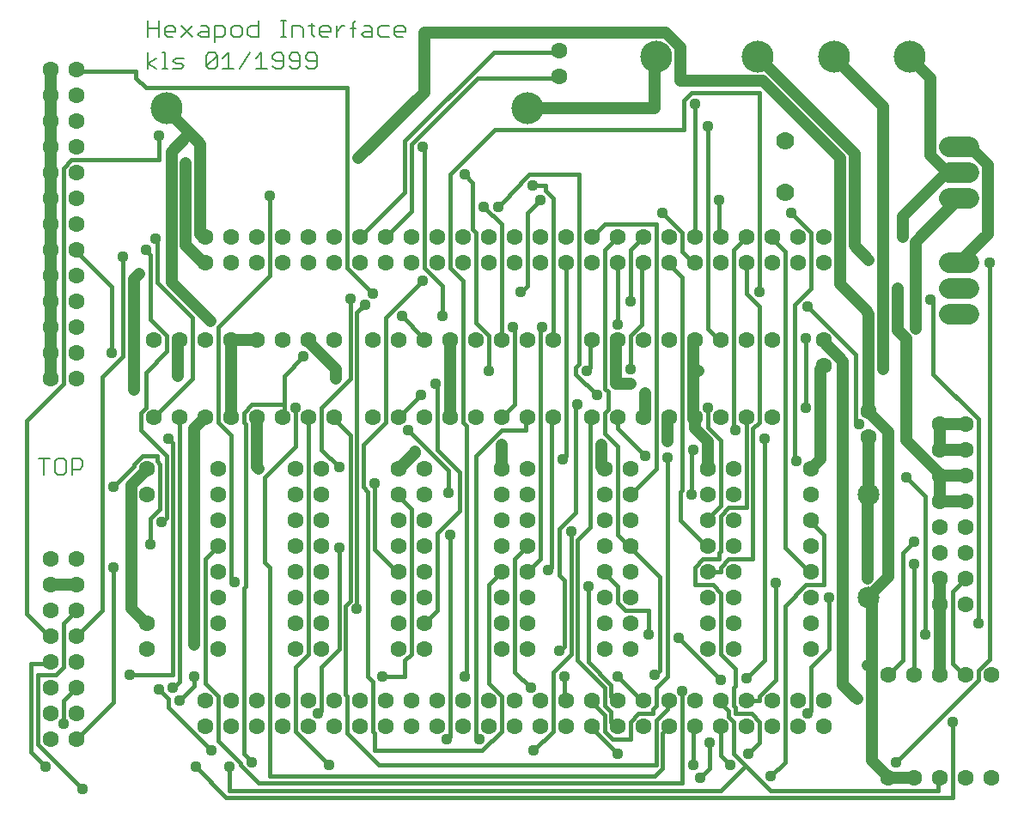
<source format=gtl>
G75*
G70*
%OFA0B0*%
%FSLAX24Y24*%
%IPPOS*%
%LPD*%
%AMOC8*
5,1,8,0,0,1.08239X$1,22.5*
% %ADD10C,0.0070*%
%ADD11C,0.0630*%
%ADD12C,0.1240*%
%ADD13C,0.0700*%
%ADD14C,0.0787*%
%ADD15C,0.0850*%
%ADD16C,0.0160*%
%ADD17C,0.0440*%
%ADD18C,0.0450*% 
D10*
X001595Y013285D02*
X001595Y013916D01*
X001385Y013916D02*
X001805Y013916D01*
X002030Y013810D02*
X002030Y013390D01*
X002135Y013285D01*
X002345Y013285D01*
X002450Y013390D01*
X002450Y013810D01*
X002345Y013916D01*
X002135Y013916D01*
X002030Y013810D01*
X002674Y013916D02*
X002989Y013916D01*
X003094Y013810D01*
X003094Y013600D01*
X002989Y013495D01*
X002674Y013495D01*
X002674Y013285D02*
X002674Y013916D01*
X005635Y029035D02*
X005635Y029666D01*
X005950Y029455D02*
X005635Y029245D01*
X005950Y029035D01*
X006172Y029035D02*
X006382Y029035D01*
X006277Y029035D02*
X006277Y029666D01*
X006172Y029666D01*
X006602Y029350D02*
X006707Y029455D01*
X007022Y029455D01*
X006917Y029245D02*
X006707Y029245D01*
X006602Y029350D01*
X006602Y029035D02*
X006917Y029035D01*
X007022Y029140D01*
X006917Y029245D01*
X007891Y029140D02*
X008311Y029560D01*
X008311Y029140D01*
X008206Y029035D01*
X007996Y029035D01*
X007891Y029140D01*
X007891Y029560D01*
X007996Y029666D01*
X008206Y029666D01*
X008311Y029560D01*
X008535Y029455D02*
X008746Y029666D01*
X008746Y029035D01*
X008956Y029035D02*
X008535Y029035D01*
X009180Y029035D02*
X009600Y029666D01*
X009825Y029455D02*
X010035Y029666D01*
X010035Y029035D01*
X009825Y029035D02*
X010245Y029035D01*
X010469Y029140D02*
X010574Y029035D01*
X010784Y029035D01*
X010889Y029140D01*
X010889Y029560D01*
X010784Y029666D01*
X010574Y029666D01*
X010469Y029560D01*
X010469Y029455D01*
X010574Y029350D01*
X010889Y029350D01*
X011114Y029455D02*
X011219Y029350D01*
X011534Y029350D01*
X011534Y029140D02*
X011534Y029560D01*
X011429Y029666D01*
X011219Y029666D01*
X011114Y029560D01*
X011114Y029455D01*
X011114Y029140D02*
X011219Y029035D01*
X011429Y029035D01*
X011534Y029140D01*
X011758Y029140D02*
X011863Y029035D01*
X012073Y029035D01*
X012179Y029140D01*
X012179Y029560D01*
X012073Y029666D01*
X011863Y029666D01*
X011758Y029560D01*
X011758Y029455D01*
X011863Y029350D01*
X012179Y029350D01*
X012076Y030285D02*
X011971Y030390D01*
X011971Y030810D01*
X011866Y030705D02*
X012076Y030705D01*
X012295Y030600D02*
X012400Y030705D01*
X012611Y030705D01*
X012716Y030600D01*
X012716Y030495D01*
X012295Y030495D01*
X012295Y030390D02*
X012295Y030600D01*
X012295Y030390D02*
X012400Y030285D01*
X012611Y030285D01*
X012940Y030285D02*
X012940Y030705D01*
X012940Y030495D02*
X013150Y030705D01*
X013255Y030705D01*
X013477Y030600D02*
X013687Y030600D01*
X013582Y030810D02*
X013582Y030285D01*
X013907Y030390D02*
X014012Y030495D01*
X014327Y030495D01*
X014327Y030600D02*
X014327Y030285D01*
X014012Y030285D01*
X013907Y030390D01*
X014012Y030705D02*
X014222Y030705D01*
X014327Y030600D01*
X014551Y030600D02*
X014551Y030390D01*
X014656Y030285D01*
X014972Y030285D01*
X015196Y030390D02*
X015196Y030600D01*
X015301Y030705D01*
X015511Y030705D01*
X015616Y030600D01*
X015616Y030495D01*
X015196Y030495D01*
X015196Y030390D02*
X015301Y030285D01*
X015511Y030285D01*
X014972Y030705D02*
X014656Y030705D01*
X014551Y030600D01*
X013687Y030916D02*
X013582Y030810D01*
X011641Y030600D02*
X011641Y030285D01*
X011641Y030600D02*
X011536Y030705D01*
X011221Y030705D01*
X011221Y030285D01*
X011002Y030285D02*
X010791Y030285D01*
X010896Y030285D02*
X010896Y030916D01*
X010791Y030916D02*
X011002Y030916D01*
X009923Y030916D02*
X009923Y030285D01*
X009607Y030285D01*
X009502Y030390D01*
X009502Y030600D01*
X009607Y030705D01*
X009923Y030705D01*
X009278Y030600D02*
X009278Y030390D01*
X009173Y030285D01*
X008963Y030285D01*
X008858Y030390D01*
X008858Y030600D01*
X008963Y030705D01*
X009173Y030705D01*
X009278Y030600D01*
X008634Y030600D02*
X008634Y030390D01*
X008528Y030285D01*
X008213Y030285D01*
X008213Y030075D02*
X008213Y030705D01*
X008528Y030705D01*
X008634Y030600D01*
X007989Y030600D02*
X007989Y030285D01*
X007674Y030285D01*
X007569Y030390D01*
X007674Y030495D01*
X007989Y030495D01*
X007989Y030600D02*
X007884Y030705D01*
X007674Y030705D01*
X007344Y030705D02*
X006924Y030285D01*
X006700Y030495D02*
X006700Y030600D01*
X006595Y030705D01*
X006385Y030705D01*
X006280Y030600D01*
X006280Y030390D01*
X006385Y030285D01*
X006595Y030285D01*
X006700Y030495D02*
X006280Y030495D01*
X006055Y030600D02*
X005635Y030600D01*
X005635Y030285D02*
X005635Y030916D01*
X006055Y030916D02*
X006055Y030285D01*
X006924Y030705D02*
X007344Y030285D01*
D11*
X002850Y029000D03*
X001850Y029000D03*
X001850Y028000D03*
X002850Y028000D03*
X002850Y027000D03*
X001850Y027000D03*
X001850Y026000D03*
X002850Y026000D03*
X002850Y025000D03*
X001850Y025000D03*
X001850Y024000D03*
X002850Y024000D03*
X002850Y023000D03*
X001850Y023000D03*
X001850Y022000D03*
X002850Y022000D03*
X002850Y021000D03*
X001850Y021000D03*
X001850Y020000D03*
X002850Y020000D03*
X002850Y019000D03*
X001850Y019000D03*
X001850Y018000D03*
X002850Y018000D03*
X002850Y017000D03*
X001850Y017000D03*
X005850Y015500D03*
X006850Y015500D03*
X007850Y015500D03*
X008850Y015500D03*
X009850Y015500D03*
X010850Y015500D03*
X011850Y015500D03*
X012850Y015500D03*
X014350Y015500D03*
X015350Y015500D03*
X016350Y015500D03*
X017350Y015500D03*
X018350Y015500D03*
X019350Y015500D03*
X020350Y015500D03*
X021350Y015500D03*
X022850Y015500D03*
X023850Y015500D03*
X024850Y015500D03*
X025850Y015500D03*
X026850Y015500D03*
X027850Y015500D03*
X028850Y015500D03*
X029850Y015500D03*
X028350Y013500D03*
X028350Y012500D03*
X028350Y011500D03*
X027350Y011500D03*
X027350Y012500D03*
X027350Y013500D03*
X024350Y013500D03*
X023350Y013500D03*
X023350Y012500D03*
X024350Y012500D03*
X024350Y011500D03*
X023350Y011500D03*
X023350Y010500D03*
X024350Y010500D03*
X024350Y009500D03*
X023350Y009500D03*
X023350Y008500D03*
X024350Y008500D03*
X024350Y007500D03*
X023350Y007500D03*
X023350Y006500D03*
X024350Y006500D03*
X023850Y004500D03*
X022850Y004500D03*
X021850Y004500D03*
X020850Y004500D03*
X019850Y004500D03*
X018850Y004500D03*
X017850Y004500D03*
X016850Y004500D03*
X015850Y004500D03*
X014850Y004500D03*
X013850Y004500D03*
X012850Y004500D03*
X011850Y004500D03*
X010850Y004500D03*
X009850Y004500D03*
X008850Y004500D03*
X007850Y004500D03*
X007850Y003500D03*
X008850Y003500D03*
X009850Y003500D03*
X010850Y003500D03*
X011850Y003500D03*
X012850Y003500D03*
X013850Y003500D03*
X014850Y003500D03*
X015850Y003500D03*
X016850Y003500D03*
X017850Y003500D03*
X018850Y003500D03*
X019850Y003500D03*
X020850Y003500D03*
X021850Y003500D03*
X022850Y003500D03*
X023850Y003500D03*
X024850Y003500D03*
X025850Y003500D03*
X026850Y003500D03*
X027850Y003500D03*
X028850Y003500D03*
X029850Y003500D03*
X030850Y003500D03*
X031850Y003500D03*
X031850Y004500D03*
X030850Y004500D03*
X029850Y004500D03*
X028850Y004500D03*
X027850Y004500D03*
X026850Y004500D03*
X025850Y004500D03*
X024850Y004500D03*
X027350Y006500D03*
X027350Y007500D03*
X027350Y008500D03*
X027350Y009500D03*
X027350Y010500D03*
X028350Y010500D03*
X028350Y009500D03*
X028350Y008500D03*
X028350Y007500D03*
X028350Y006500D03*
X031350Y006500D03*
X031350Y007500D03*
X031350Y008500D03*
X031350Y009500D03*
X031350Y010500D03*
X031350Y011500D03*
X031350Y012500D03*
X031350Y013500D03*
X033600Y014750D03*
X033600Y015750D03*
X031850Y017500D03*
X031850Y018500D03*
X029850Y018500D03*
X028850Y018500D03*
X027850Y018500D03*
X026850Y018500D03*
X025850Y018500D03*
X024850Y018500D03*
X023850Y018500D03*
X022850Y018500D03*
X021350Y018500D03*
X020350Y018500D03*
X019350Y018500D03*
X018350Y018500D03*
X017350Y018500D03*
X016350Y018500D03*
X015350Y018500D03*
X014350Y018500D03*
X012850Y018500D03*
X011850Y018500D03*
X010850Y018500D03*
X009850Y018500D03*
X008850Y018500D03*
X007850Y018500D03*
X006850Y018500D03*
X005850Y018500D03*
X007850Y021500D03*
X008850Y021500D03*
X009850Y021500D03*
X010850Y021500D03*
X011850Y021500D03*
X011850Y022500D03*
X010850Y022500D03*
X009850Y022500D03*
X008850Y022500D03*
X007850Y022500D03*
X012850Y022500D03*
X013850Y022500D03*
X014850Y022500D03*
X015850Y022500D03*
X016850Y022500D03*
X016850Y021500D03*
X015850Y021500D03*
X014850Y021500D03*
X013850Y021500D03*
X012850Y021500D03*
X017850Y021500D03*
X018850Y021500D03*
X019850Y021500D03*
X020850Y021500D03*
X021850Y021500D03*
X021850Y022500D03*
X020850Y022500D03*
X019850Y022500D03*
X018850Y022500D03*
X017850Y022500D03*
X022850Y022500D03*
X023850Y022500D03*
X024850Y022500D03*
X025850Y022500D03*
X026850Y022500D03*
X026850Y021500D03*
X025850Y021500D03*
X024850Y021500D03*
X023850Y021500D03*
X022850Y021500D03*
X027850Y021500D03*
X028850Y021500D03*
X029850Y021500D03*
X030850Y021500D03*
X031850Y021500D03*
X031850Y022500D03*
X030850Y022500D03*
X029850Y022500D03*
X028850Y022500D03*
X027850Y022500D03*
X021600Y028750D03*
X021600Y029750D03*
X036350Y015250D03*
X037350Y015250D03*
X037350Y014250D03*
X036350Y014250D03*
X036350Y013250D03*
X037350Y013250D03*
X037350Y012250D03*
X036350Y012250D03*
X036350Y011250D03*
X037350Y011250D03*
X037350Y010250D03*
X036350Y010250D03*
X036350Y009250D03*
X037350Y009250D03*
X037350Y008250D03*
X036350Y008250D03*
X036350Y005500D03*
X035350Y005500D03*
X034350Y005500D03*
X037350Y005500D03*
X038350Y005500D03*
X038350Y001500D03*
X037350Y001500D03*
X036350Y001500D03*
X035350Y001500D03*
X034350Y001500D03*
X020350Y006500D03*
X019350Y006500D03*
X019350Y007500D03*
X020350Y007500D03*
X020350Y008500D03*
X019350Y008500D03*
X019350Y009500D03*
X020350Y009500D03*
X020350Y010500D03*
X019350Y010500D03*
X019350Y011500D03*
X020350Y011500D03*
X020350Y012500D03*
X019350Y012500D03*
X019350Y013500D03*
X020350Y013500D03*
X016350Y013500D03*
X015350Y013500D03*
X015350Y012500D03*
X016350Y012500D03*
X016350Y011500D03*
X015350Y011500D03*
X015350Y010500D03*
X016350Y010500D03*
X016350Y009500D03*
X015350Y009500D03*
X015350Y008500D03*
X016350Y008500D03*
X016350Y007500D03*
X015350Y007500D03*
X015350Y006500D03*
X016350Y006500D03*
X012350Y006500D03*
X012350Y007500D03*
X012350Y008500D03*
X012350Y009500D03*
X012350Y010500D03*
X011350Y010500D03*
X011350Y009500D03*
X011350Y008500D03*
X011350Y007500D03*
X011350Y006500D03*
X008350Y006500D03*
X008350Y007500D03*
X008350Y008500D03*
X008350Y009500D03*
X008350Y010500D03*
X008350Y011500D03*
X008350Y012500D03*
X008350Y013500D03*
X005600Y013500D03*
X005600Y012500D03*
X002850Y010000D03*
X001850Y010000D03*
X001850Y009000D03*
X002850Y009000D03*
X002850Y008000D03*
X001850Y008000D03*
X001850Y007000D03*
X002850Y007000D03*
X002850Y006000D03*
X001850Y006000D03*
X001850Y005000D03*
X002850Y005000D03*
X002850Y004000D03*
X001850Y004000D03*
X001850Y003000D03*
X002850Y003000D03*
X005600Y006500D03*
X005600Y007500D03*
X011350Y011500D03*
X011350Y012500D03*
X011350Y013500D03*
X012350Y013500D03*
X012350Y012500D03*
X012350Y011500D03*
D12*
X006350Y027500D03*
X020350Y027500D03*
X025350Y029500D03*
X029290Y029500D03*
X032240Y029500D03*
X035190Y029500D03*
D13*
X030350Y026250D03*
X030350Y024250D03*
D14*
X036706Y024000D02*
X037494Y024000D01*
X037494Y025000D02*
X036706Y025000D01*
X036706Y026000D02*
X037494Y026000D01*
X037494Y021500D02*
X036706Y021500D01*
X036706Y020500D02*
X037494Y020500D01*
X037494Y019500D02*
X036706Y019500D01*
D15*
X033600Y012500D03*
X033600Y008500D03*
D16*
X032038Y008500D02*
X032038Y006500D01*
X031350Y005813D01*
X031350Y004125D01*
X031225Y004000D01*
X029975Y005313D02*
X029975Y009063D01*
X030350Y008188D02*
X031163Y009000D01*
X031850Y009000D01*
X031850Y010938D01*
X031350Y011438D01*
X031350Y011500D01*
X030350Y010438D02*
X030350Y021938D01*
X029850Y022438D01*
X029850Y022500D01*
X028850Y022500D02*
X028788Y022438D01*
X028350Y022000D01*
X028350Y015063D01*
X028413Y015000D01*
X028850Y015500D02*
X028850Y012000D01*
X028163Y012000D01*
X027850Y011688D01*
X027850Y010313D01*
X027788Y010250D01*
X027788Y010000D01*
X027163Y010000D01*
X026850Y009688D01*
X026850Y009000D01*
X027538Y009000D01*
X027850Y008688D01*
X027850Y006313D01*
X028413Y005750D01*
X028413Y005063D01*
X028350Y005000D01*
X028350Y004313D01*
X028413Y004250D01*
X028413Y004000D01*
X029038Y004000D01*
X029350Y003688D01*
X029350Y002875D01*
X028913Y002438D01*
X028819Y001969D02*
X028788Y001938D01*
X027850Y001000D01*
X008788Y001000D01*
X008788Y001938D01*
X009225Y002000D02*
X009913Y001313D01*
X026350Y001313D01*
X026350Y004875D01*
X025850Y004500D02*
X025788Y004438D01*
X025788Y004188D01*
X025350Y003750D01*
X025350Y002000D01*
X014600Y002000D01*
X013350Y003250D01*
X013350Y004688D01*
X013288Y004750D01*
X013288Y008188D01*
X013475Y008375D01*
X013475Y014813D01*
X012850Y015438D01*
X012850Y015500D01*
X012350Y015875D02*
X013475Y017000D01*
X013475Y020125D01*
X013725Y019563D02*
X014038Y019875D01*
X013725Y019563D02*
X013725Y008063D01*
X015288Y009500D02*
X015350Y009500D01*
X015288Y009500D02*
X014413Y010375D01*
X014413Y012938D01*
X014163Y012625D02*
X013975Y012813D01*
X013975Y014438D01*
X014850Y015313D01*
X014850Y019375D01*
X016288Y020813D01*
X016350Y021313D02*
X017038Y020625D01*
X017038Y019438D01*
X016288Y018625D02*
X016288Y018500D01*
X016350Y018500D01*
X016288Y018625D02*
X015475Y019438D01*
X014350Y020313D02*
X013350Y021313D01*
X013350Y028313D01*
X005538Y028313D01*
X005163Y028688D01*
X005163Y028938D01*
X002850Y028938D01*
X002850Y029000D01*
X006038Y026438D02*
X006038Y025500D01*
X002663Y025500D01*
X002350Y025188D01*
X002350Y016813D01*
X000913Y015375D01*
X000913Y007875D01*
X001788Y007000D01*
X001850Y007000D01*
X002350Y007500D02*
X002350Y005813D01*
X002038Y005500D01*
X001350Y005500D01*
X001350Y002813D01*
X003100Y001063D01*
X001663Y001938D02*
X001100Y002500D01*
X001100Y005938D01*
X001788Y005938D01*
X001850Y006000D01*
X002850Y005000D02*
X002788Y004938D01*
X002350Y004500D01*
X002350Y003625D01*
X002850Y003000D02*
X002850Y003000D01*
X004288Y004438D01*
X004288Y009688D01*
X005725Y010563D02*
X005725Y011563D01*
X006100Y011938D01*
X006100Y013688D01*
X005975Y013813D01*
X005975Y014000D01*
X005413Y014000D01*
X005100Y013688D01*
X005100Y013625D01*
X004288Y012813D01*
X006163Y011438D02*
X006350Y011625D01*
X006350Y014000D01*
X005350Y015000D01*
X005350Y015688D01*
X005538Y015875D01*
X005538Y017250D01*
X006350Y018063D01*
X006350Y018688D01*
X005725Y019313D01*
X005725Y021813D01*
X005538Y022000D01*
X005975Y022375D02*
X005913Y022438D01*
X005975Y022375D02*
X005975Y020750D01*
X007350Y019375D01*
X007350Y017000D01*
X005850Y015500D01*
X005850Y015500D01*
X006413Y014688D02*
X006600Y014500D01*
X006600Y005500D01*
X004913Y005500D01*
X006038Y004938D02*
X006413Y004563D01*
X006413Y004250D01*
X008100Y002563D01*
X008350Y002938D02*
X009225Y002063D01*
X009225Y002000D01*
X009350Y002438D02*
X009350Y008875D01*
X009413Y008938D01*
X009413Y015250D01*
X009350Y015313D01*
X009350Y015688D01*
X009663Y016000D01*
X010913Y016000D01*
X010913Y015563D01*
X010850Y015500D01*
X010850Y015500D01*
X011350Y015875D02*
X011350Y014375D01*
X010163Y013188D01*
X010163Y009875D01*
X010350Y009688D01*
X010350Y001563D01*
X025288Y001563D01*
X025600Y001875D01*
X025600Y003250D01*
X025788Y003438D01*
X025850Y003500D01*
X025225Y004000D02*
X024663Y004000D01*
X024350Y003688D01*
X024350Y003000D01*
X023663Y003000D01*
X023350Y003313D01*
X023350Y003938D01*
X022850Y004438D01*
X022850Y004500D01*
X023350Y004313D02*
X023350Y005000D01*
X022288Y006063D01*
X022288Y010750D01*
X022788Y011250D01*
X022788Y015438D01*
X022850Y015500D01*
X023350Y015688D02*
X023350Y014875D01*
X023850Y014375D01*
X023850Y010938D01*
X024288Y010500D01*
X024350Y010500D01*
X024350Y010438D01*
X025475Y009313D01*
X025475Y005688D01*
X025288Y005500D01*
X025788Y005438D02*
X025788Y013938D01*
X025350Y013500D02*
X024350Y012500D01*
X024350Y012500D01*
X025350Y013500D02*
X025350Y023000D01*
X023350Y023000D01*
X022850Y022500D01*
X022850Y022500D01*
X023350Y022000D02*
X023350Y016625D01*
X023475Y016500D01*
X023475Y015813D01*
X023350Y015688D01*
X023850Y015500D02*
X023850Y015063D01*
X024913Y014000D01*
X026725Y014188D02*
X026725Y012500D01*
X026350Y012688D02*
X026288Y012625D01*
X026288Y011500D01*
X027288Y010500D01*
X027350Y010500D01*
X027850Y009688D02*
X028163Y010000D01*
X029100Y010000D01*
X029100Y015063D01*
X029350Y015313D01*
X029350Y019813D01*
X028850Y020313D01*
X028850Y021500D01*
X027850Y022500D02*
X027788Y022500D01*
X027788Y023938D01*
X026350Y022688D02*
X026350Y021938D01*
X026788Y021500D01*
X026850Y021500D01*
X026350Y020938D02*
X026350Y012688D01*
X027350Y011563D02*
X027350Y011500D01*
X027350Y011500D01*
X027350Y011563D02*
X027850Y012063D01*
X027850Y014625D01*
X027350Y015125D01*
X027350Y015875D01*
X026788Y014250D02*
X026725Y014188D01*
X029538Y014688D02*
X029538Y006063D01*
X028850Y005375D01*
X029350Y004688D02*
X029975Y005313D01*
X029350Y004688D02*
X029350Y004500D01*
X028850Y004500D01*
X028850Y004500D01*
X028163Y004125D02*
X028163Y003875D01*
X028350Y003688D01*
X028350Y002438D01*
X028819Y001969D01*
X029788Y001000D01*
X036288Y001000D01*
X036288Y001438D01*
X036350Y001500D01*
X036850Y000750D02*
X036850Y003688D01*
X037850Y005313D02*
X034663Y002125D01*
X036850Y000750D02*
X008663Y000750D01*
X007475Y001938D01*
X008350Y002938D02*
X008350Y004688D01*
X007850Y005188D01*
X007850Y010000D01*
X008288Y010438D01*
X008350Y010500D01*
X008850Y009250D02*
X008850Y014813D01*
X008350Y015313D01*
X008350Y019000D01*
X010350Y021000D01*
X010350Y024125D01*
X013850Y022500D02*
X013850Y022500D01*
X015600Y024250D01*
X015600Y026250D01*
X019038Y029688D01*
X021538Y029688D01*
X021600Y029750D01*
X021600Y028750D02*
X021538Y028688D01*
X018413Y028688D01*
X015850Y026125D01*
X015850Y023500D01*
X014850Y022500D01*
X014850Y022500D01*
X016350Y021313D02*
X016350Y025938D01*
X016288Y026000D01*
X017350Y024938D02*
X019100Y026688D01*
X026413Y026688D01*
X026413Y027813D01*
X026725Y028125D01*
X029350Y028125D01*
X029350Y020375D01*
X030725Y019875D02*
X030725Y013875D01*
X030788Y013813D01*
X033100Y015375D02*
X033225Y015250D01*
X033100Y015375D02*
X033100Y017938D01*
X031225Y019813D01*
X030725Y019875D02*
X031350Y020500D01*
X031350Y022688D01*
X030600Y023438D01*
X026850Y022500D02*
X026850Y022500D01*
X026850Y027688D01*
X027350Y026813D02*
X027350Y018938D01*
X027788Y018500D01*
X027850Y018500D01*
X026350Y020938D02*
X025850Y021438D01*
X025850Y021500D01*
X024850Y021500D02*
X024788Y021438D01*
X024788Y019125D01*
X024350Y018688D01*
X024350Y017375D01*
X023038Y016375D02*
X022225Y017188D01*
X022225Y017438D01*
X022350Y017563D01*
X022350Y024938D01*
X020413Y024938D01*
X020100Y024625D01*
X020100Y024563D01*
X019225Y023688D01*
X018663Y023688D02*
X019350Y023000D01*
X019350Y018500D01*
X019350Y018500D01*
X018850Y018688D02*
X018850Y017313D01*
X018850Y018688D02*
X018350Y019188D01*
X018350Y022688D01*
X018225Y022813D01*
X018225Y024625D01*
X017913Y024938D01*
X017350Y024938D02*
X017350Y021313D01*
X017850Y020813D01*
X017850Y015313D01*
X017975Y015188D01*
X017975Y005500D01*
X017913Y005438D01*
X018850Y005188D02*
X019350Y004688D01*
X019350Y003313D01*
X018600Y002563D01*
X014413Y002563D01*
X014413Y003250D01*
X014350Y003313D01*
X014350Y005250D01*
X014163Y005438D01*
X014163Y012625D01*
X015350Y012500D02*
X015350Y012438D01*
X015850Y011938D01*
X015850Y006313D01*
X015600Y006063D01*
X015600Y005438D01*
X014725Y005438D01*
X013038Y006500D02*
X013038Y010438D01*
X016850Y011000D02*
X016850Y008000D01*
X016350Y007500D01*
X016350Y007500D01*
X018850Y009000D02*
X018850Y005188D01*
X019850Y005625D02*
X020475Y005000D01*
X019850Y005625D02*
X019850Y010000D01*
X020288Y010438D01*
X020350Y010500D01*
X020850Y010000D02*
X020350Y009500D01*
X020350Y009500D01*
X020850Y010000D02*
X020850Y018938D01*
X020913Y019000D01*
X021350Y018500D02*
X021350Y018500D01*
X021350Y024000D01*
X021038Y024313D01*
X021038Y024500D01*
X020538Y024500D01*
X020850Y023938D02*
X020350Y023438D01*
X020350Y020625D01*
X020100Y020375D01*
X019788Y019000D02*
X019850Y018938D01*
X019850Y016000D01*
X019350Y015500D01*
X019350Y015500D01*
X019350Y015000D02*
X020288Y015000D01*
X020288Y015438D01*
X020350Y015500D01*
X021288Y015438D02*
X021350Y015500D01*
X021288Y015438D02*
X021288Y009688D01*
X021163Y009563D01*
X021600Y009375D02*
X021788Y009188D01*
X021788Y006625D01*
X021600Y006438D01*
X022038Y006313D02*
X022038Y011063D01*
X021600Y011188D02*
X021600Y009375D01*
X022725Y008938D02*
X022725Y006000D01*
X023600Y005125D01*
X023600Y004688D01*
X023788Y004500D01*
X023850Y004500D01*
X023600Y004063D02*
X023350Y004313D01*
X023600Y004063D02*
X023600Y003688D01*
X023788Y003500D01*
X023850Y003500D01*
X022850Y003500D02*
X022850Y003438D01*
X023850Y002438D01*
X025225Y004000D02*
X025225Y004188D01*
X025350Y004313D01*
X025350Y005000D01*
X025788Y005438D01*
X024850Y004500D02*
X024788Y004500D01*
X023850Y005438D01*
X022038Y006313D02*
X021350Y005625D01*
X021350Y003313D01*
X020600Y002563D01*
X018475Y003000D02*
X018350Y003125D01*
X018350Y014000D01*
X019350Y015000D01*
X017288Y013438D02*
X017288Y012563D01*
X017725Y011875D02*
X016850Y011000D01*
X017350Y010938D02*
X017350Y003125D01*
X017225Y003000D01*
X012663Y002000D02*
X011350Y003313D01*
X011350Y005813D01*
X011850Y006313D01*
X011850Y015500D01*
X012350Y015875D02*
X012350Y014250D01*
X013038Y013563D01*
X015350Y015500D02*
X015350Y015500D01*
X016225Y016375D01*
X016788Y016813D02*
X016850Y016750D01*
X016850Y014250D01*
X017725Y013375D01*
X017725Y011875D01*
X017288Y013438D02*
X015725Y015000D01*
X011663Y017875D02*
X010913Y017125D01*
X010913Y016000D01*
X006850Y015500D02*
X006850Y005250D01*
X006600Y005000D01*
X006850Y004500D02*
X007413Y005063D01*
X007413Y005438D01*
X003850Y008000D02*
X003850Y017063D01*
X004663Y017875D01*
X004663Y021750D01*
X004225Y020563D02*
X004225Y018000D01*
X004225Y020563D02*
X002850Y021938D01*
X002850Y022000D01*
X008850Y009250D02*
X008975Y009125D01*
X012350Y005813D02*
X013038Y006500D01*
X012350Y005813D02*
X012350Y004125D01*
X012225Y004000D01*
X009663Y002125D02*
X009350Y002438D01*
X003850Y008000D02*
X002850Y007000D01*
X002850Y007000D01*
X002350Y007500D02*
X002788Y007938D01*
X002850Y008000D01*
X018850Y009000D02*
X019288Y009438D01*
X019350Y009500D01*
X021600Y011188D02*
X022225Y011813D01*
X022225Y015938D01*
X022288Y016000D01*
X022663Y017313D02*
X022788Y017438D01*
X022788Y018438D01*
X022850Y018500D01*
X023850Y019125D02*
X023850Y021500D01*
X023350Y022000D02*
X023788Y022438D01*
X023850Y022500D01*
X024350Y022000D02*
X024350Y020000D01*
X021850Y021500D02*
X021850Y014000D01*
X021725Y013875D01*
X023350Y009500D02*
X023350Y009438D01*
X023850Y008938D01*
X023850Y008313D01*
X024163Y008000D01*
X025038Y008000D01*
X025038Y007063D01*
X026225Y006938D02*
X027850Y005313D01*
X027850Y004500D02*
X027850Y004438D01*
X028163Y004125D01*
X027850Y003500D02*
X027850Y002375D01*
X028225Y002000D01*
X027413Y001875D02*
X027413Y002875D01*
X026788Y003438D02*
X026850Y003500D01*
X026788Y003438D02*
X026788Y002000D01*
X027038Y001500D02*
X027413Y001875D01*
X029788Y001563D02*
X030350Y002125D01*
X030350Y008188D01*
X031288Y009500D02*
X031350Y009500D01*
X031288Y009500D02*
X030350Y010438D01*
X027850Y009688D02*
X027850Y009500D01*
X027350Y009500D01*
X027350Y009500D01*
X021788Y005438D02*
X021788Y004500D01*
X021850Y004500D01*
X034350Y005500D02*
X034350Y005500D01*
X034913Y006063D01*
X034913Y010250D01*
X035350Y010688D01*
X035350Y009813D02*
X035350Y005500D01*
X035350Y005500D01*
X036850Y005938D02*
X036850Y008750D01*
X037288Y009188D01*
X037350Y009250D01*
X037850Y007500D02*
X037850Y015438D01*
X036100Y017188D01*
X036100Y019938D01*
X035975Y020063D01*
X038288Y021500D02*
X038288Y006125D01*
X037850Y005688D01*
X037850Y005313D01*
X037350Y005500D02*
X037288Y005500D01*
X036850Y005938D01*
X035788Y007063D02*
X035788Y012438D01*
X035038Y013188D01*
X031163Y015875D02*
X031163Y018563D01*
X026350Y022688D02*
X025600Y023438D01*
X024850Y022500D02*
X024788Y022438D01*
X024350Y022000D01*
D17*
X001663Y001938D03*
X003100Y001063D03*
X002350Y003625D03*
X004913Y005500D03*
X006038Y004938D03*
X006600Y005000D03*
X006850Y004500D03*
X007413Y005438D03*
X007413Y006688D03*
X008975Y009125D03*
X005725Y010563D03*
X006163Y011438D03*
X004288Y012813D03*
X006413Y014688D03*
X005100Y016563D03*
X006788Y017125D03*
X004225Y018000D03*
X008038Y019250D03*
X005288Y021063D03*
X004663Y021750D03*
X005538Y022000D03*
X005913Y022438D03*
X007100Y025375D03*
X006038Y026438D03*
X010350Y024125D03*
X013788Y025563D03*
X016288Y026000D03*
X017913Y024938D03*
X018663Y023688D03*
X019225Y023688D03*
X020538Y024500D03*
X020850Y023938D03*
X016288Y020813D03*
X017038Y019438D03*
X015475Y019438D03*
X014350Y020313D03*
X014038Y019875D03*
X013475Y020125D03*
X011663Y017875D03*
X012913Y017000D03*
X011350Y015875D03*
X009850Y014375D03*
X009913Y013500D03*
X013038Y013563D03*
X014413Y012938D03*
X015975Y014188D03*
X015725Y015000D03*
X016225Y016375D03*
X016788Y016813D03*
X018850Y017313D03*
X019788Y019000D03*
X020913Y019000D03*
X020100Y020375D03*
X023850Y019125D03*
X024350Y020000D03*
X024350Y017375D03*
X024350Y016813D03*
X024913Y016438D03*
X023038Y016375D03*
X022288Y016000D03*
X022663Y017313D03*
X023225Y014438D03*
X021725Y013875D03*
X019350Y014438D03*
X017288Y012563D03*
X017350Y010938D03*
X021163Y009563D03*
X022725Y008938D03*
X022038Y011063D03*
X024913Y014000D03*
X025788Y013938D03*
X025788Y014563D03*
X026788Y014250D03*
X028413Y015000D03*
X029538Y014688D03*
X030788Y013813D03*
X033225Y015250D03*
X031163Y015875D03*
X034163Y017375D03*
X035413Y018938D03*
X035975Y020063D03*
X034725Y020500D03*
X033600Y019500D03*
X031225Y019813D03*
X031163Y018563D03*
X029350Y020375D03*
X026975Y017313D03*
X027350Y015875D03*
X026725Y012500D03*
X029975Y009063D03*
X032038Y008500D03*
X033538Y009250D03*
X035350Y009813D03*
X035350Y010688D03*
X035038Y013188D03*
X037850Y007500D03*
X035788Y007063D03*
X033538Y005875D03*
X033163Y004563D03*
X031225Y004000D03*
X028850Y005375D03*
X027850Y005313D03*
X026350Y004875D03*
X025288Y005500D03*
X023850Y005438D03*
X025038Y007063D03*
X026225Y006938D03*
X021600Y006438D03*
X021788Y005438D03*
X020475Y005000D03*
X017913Y005438D03*
X014725Y005438D03*
X012225Y004000D03*
X012663Y002000D03*
X009663Y002125D03*
X008788Y001938D03*
X008100Y002563D03*
X007475Y001938D03*
X013725Y008063D03*
X013038Y010438D03*
X004288Y009688D03*
X017225Y003000D03*
X018475Y003000D03*
X020600Y002563D03*
X023850Y002438D03*
X026788Y002000D03*
X027038Y001500D03*
X028225Y002000D03*
X028913Y002438D03*
X029788Y001563D03*
X027413Y002875D03*
X034663Y002125D03*
X036850Y003688D03*
X038288Y021500D03*
X034913Y022500D03*
X033600Y021625D03*
X030600Y023438D03*
X027788Y023938D03*
X025600Y023438D03*
X027350Y026813D03*
X026850Y027688D03*
D18*
X026288Y028563D02*
X026288Y029875D01*
X025725Y030438D01*
X016350Y030438D01*
X016350Y028125D01*
X013788Y025563D01*
X007850Y022500D02*
X007788Y022500D01*
X007663Y022625D01*
X007663Y026125D01*
X007256Y026531D01*
X007100Y026375D01*
X006538Y025813D01*
X006538Y020750D01*
X008038Y019250D01*
X008850Y018500D02*
X008850Y018500D01*
X008850Y015500D01*
X008850Y015500D01*
X007850Y015500D02*
X007413Y015063D01*
X007413Y006688D01*
X005600Y007500D02*
X005538Y007500D01*
X004975Y008063D01*
X004975Y012875D01*
X005538Y013438D01*
X005600Y013500D01*
X009850Y013563D02*
X009850Y014375D01*
X009850Y015500D01*
X009850Y013563D02*
X009913Y013500D01*
X005100Y016563D02*
X005100Y020875D01*
X005288Y021063D01*
X007100Y022188D02*
X007788Y021500D01*
X007850Y021500D01*
X007100Y022188D02*
X007100Y025375D01*
X007256Y026531D02*
X006350Y027438D01*
X006350Y027500D01*
X001850Y027000D02*
X001850Y026000D01*
X001850Y025000D01*
X001850Y024000D01*
X001850Y023000D01*
X001850Y022000D01*
X001850Y021000D01*
X001850Y020000D01*
X001850Y019000D01*
X001850Y018000D01*
X001850Y017000D01*
X001850Y017000D01*
X006788Y017125D02*
X006788Y018438D01*
X006850Y018500D01*
X008850Y018500D02*
X009788Y018500D01*
X009850Y018500D01*
X011850Y018438D02*
X011850Y018500D01*
X011850Y018438D02*
X012913Y017375D01*
X012913Y017000D01*
X015975Y014188D02*
X015975Y014125D01*
X015350Y013500D01*
X015350Y013500D01*
X017350Y015500D02*
X017350Y015500D01*
X017350Y018500D01*
X019350Y014438D02*
X019350Y013500D01*
X019350Y013500D01*
X023225Y013563D02*
X023225Y014438D01*
X023225Y013563D02*
X023288Y013500D01*
X023350Y013500D01*
X025788Y014563D02*
X025788Y015438D01*
X025850Y015500D01*
X024913Y015563D02*
X024913Y016438D01*
X024350Y016813D02*
X023788Y016813D01*
X023788Y018438D01*
X023850Y018500D01*
X026788Y018438D02*
X026788Y017313D01*
X026975Y017313D01*
X026788Y017313D02*
X026788Y015688D01*
X026850Y015500D01*
X026850Y015063D01*
X027350Y014563D01*
X027350Y013500D01*
X027350Y013500D01*
X024913Y015563D02*
X024850Y015500D01*
X024850Y015500D01*
X026788Y018438D02*
X026850Y018500D01*
X031850Y018500D02*
X031850Y018438D01*
X032600Y017688D01*
X032600Y005125D01*
X033163Y004563D01*
X033538Y005875D02*
X033725Y005875D01*
X033725Y008313D01*
X033600Y008438D01*
X033600Y008500D01*
X033725Y008688D01*
X034350Y009313D01*
X034350Y014938D01*
X033725Y015563D01*
X033600Y015750D01*
X033600Y015750D01*
X033600Y019500D01*
X033475Y019688D01*
X032475Y020688D01*
X032475Y025563D01*
X029475Y028563D01*
X026288Y028563D01*
X025350Y029500D02*
X025288Y029438D01*
X025288Y027500D01*
X020350Y027500D01*
X020350Y027500D01*
X029290Y029500D02*
X029350Y029438D01*
X033038Y025750D01*
X033038Y022188D01*
X033600Y021625D01*
X034913Y022500D02*
X034913Y023313D01*
X036475Y024875D01*
X037100Y025000D01*
X037038Y025000D01*
X036663Y025000D01*
X035975Y025688D01*
X035975Y028688D01*
X035225Y029438D01*
X035190Y029500D01*
X034163Y027563D02*
X032288Y029438D01*
X032240Y029500D01*
X034163Y027563D02*
X034163Y017375D01*
X035038Y018563D02*
X034725Y018875D01*
X034725Y020500D01*
X035413Y018938D02*
X035413Y022313D01*
X037100Y024000D01*
X038225Y025313D02*
X038225Y022625D01*
X037100Y021500D01*
X037100Y021500D01*
X035038Y018563D02*
X035038Y014625D01*
X036225Y013438D01*
X036350Y013250D01*
X036538Y013250D01*
X037288Y013250D01*
X037350Y013250D01*
X036350Y013250D02*
X036350Y012250D01*
X036538Y012250D01*
X037288Y012250D01*
X037350Y012250D01*
X036350Y012250D02*
X036350Y012250D01*
X036350Y014250D02*
X036538Y014250D01*
X037288Y014250D01*
X037350Y014250D01*
X036350Y014250D02*
X036350Y015250D01*
X036538Y015250D01*
X037288Y015250D01*
X037350Y015250D01*
X036350Y014250D02*
X036350Y014250D01*
X033600Y014750D02*
X033600Y012500D01*
X033538Y012313D01*
X033538Y009250D01*
X036350Y009250D02*
X036350Y008250D01*
X036350Y005500D01*
X036350Y005500D01*
X033725Y005875D02*
X033725Y002188D01*
X034225Y001688D01*
X034350Y001500D01*
X034350Y001500D01*
X035288Y001500D01*
X035350Y001500D01*
X033600Y012500D02*
X033600Y012500D01*
X031725Y013875D02*
X031350Y013500D01*
X031350Y013500D01*
X031725Y013875D02*
X031725Y017375D01*
X031788Y017438D01*
X031850Y017500D01*
X038225Y025313D02*
X037600Y025938D01*
X037100Y025938D01*
X037100Y026000D01*
X002850Y009000D02*
X002788Y009000D01*
X001850Y009000D01*
X001850Y009000D01*
X001850Y027000D02*
X001850Y028000D01*
X001850Y029000D01*
M02*
</source>
